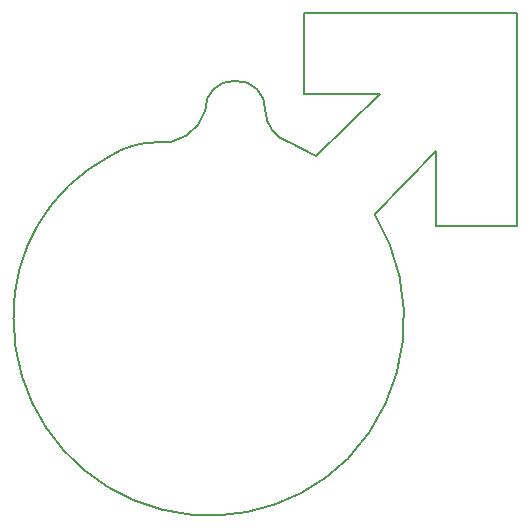
<source format=gko>
G04 DipTrace 2.4.0.2*
%INmale.gko*%
%MOMM*%
%ADD11C,0.14*%
%FSLAX53Y53*%
G04*
G71*
G90*
G75*
G01*
%LNBoardOutline*%
%LPD*%
X10003Y26679D2*
D11*
G03X38304Y14801I16618J-61D01*
G01*
D3*
G03X40590Y35502I-12309J11836D01*
G01*
X45797Y40862D1*
Y34486D1*
X52655D1*
Y52520D1*
X34621D1*
Y45662D1*
X40997D1*
X35637Y40455D1*
X33351Y41598D1*
G02X31319Y44265I920J2809D01*
G01*
G03X28779Y46805I-2392J148D01*
G01*
G03X26239Y44265I-148J-2392D01*
G01*
G02X22048Y41598I-3673J1145D01*
G01*
G03X18178Y40435I50J-7186D01*
G01*
G03X10003Y26679I6999J-13467D01*
G01*
M02*

</source>
